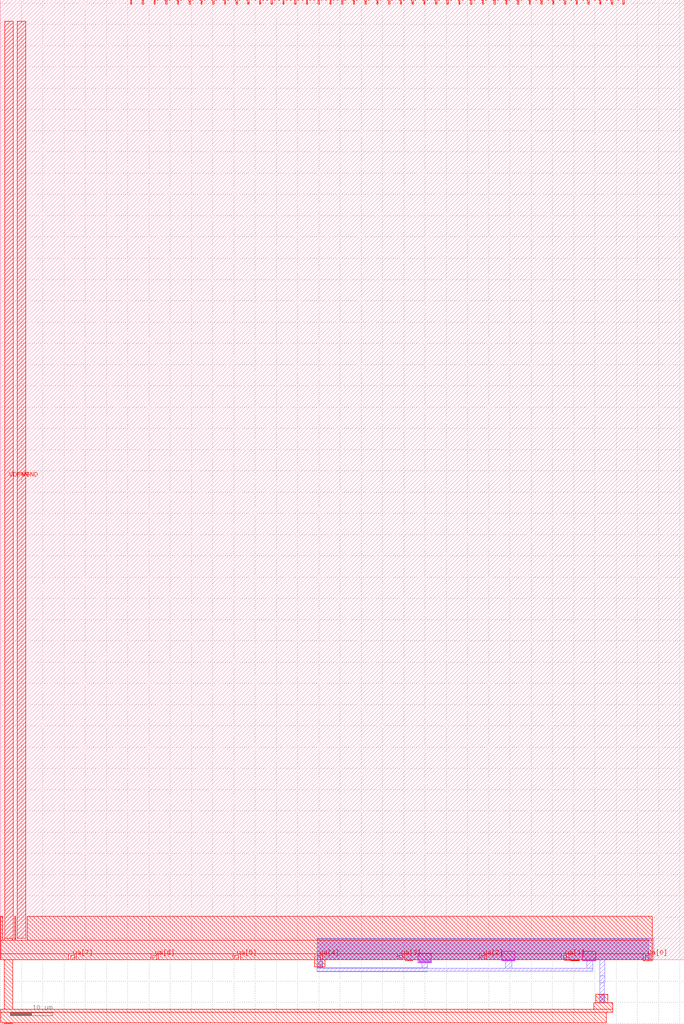
<source format=lef>
VERSION 5.7 ;
  NOWIREEXTENSIONATPIN ON ;
  DIVIDERCHAR "/" ;
  BUSBITCHARS "[]" ;
MACRO tt_um_wakki-0123_Raw_Transistors
  CLASS BLOCK ;
  FOREIGN tt_um_wakki-0123_Raw_Transistors ;
  ORIGIN 0.000 0.000 ;
  SIZE 161.000 BY 225.760 ;
  PIN clk
    DIRECTION INPUT ;
    USE SIGNAL ;
    PORT
      LAYER met4 ;
        RECT 143.830 224.760 144.130 225.760 ;
    END
  END clk
  PIN ena
    DIRECTION INPUT ;
    USE SIGNAL ;
    PORT
      LAYER met4 ;
        RECT 146.590 224.760 146.890 225.760 ;
    END
  END ena
  PIN rst_n
    DIRECTION INPUT ;
    USE SIGNAL ;
    PORT
      LAYER met4 ;
        RECT 141.070 224.760 141.370 225.760 ;
    END
  END rst_n
  PIN ua[0]
    DIRECTION INOUT ;
    USE SIGNAL ;
    ANTENNADIFFAREA 0.870000 ;
    PORT
      LAYER met4 ;
        RECT 151.810 0.000 152.710 1.000 ;
    END
  END ua[0]
  PIN ua[1]
    DIRECTION INOUT ;
    USE SIGNAL ;
    ANTENNAGATEAREA 0.250000 ;
    PORT
      LAYER met4 ;
        RECT 132.490 0.000 133.390 1.000 ;
    END
  END ua[1]
  PIN ua[2]
    DIRECTION INOUT ;
    USE SIGNAL ;
    ANTENNAGATEAREA 0.250000 ;
    PORT
      LAYER met4 ;
        RECT 113.170 0.000 114.070 1.000 ;
    END
  END ua[2]
  PIN ua[3]
    DIRECTION INOUT ;
    USE SIGNAL ;
    ANTENNAGATEAREA 0.250000 ;
    PORT
      LAYER met4 ;
        RECT 93.850 0.000 94.750 1.000 ;
    END
  END ua[3]
  PIN ua[4]
    DIRECTION INOUT ;
    USE SIGNAL ;
    ANTENNADIFFAREA 0.870000 ;
    PORT
      LAYER met4 ;
        RECT 74.530 0.000 75.430 1.000 ;
    END
  END ua[4]
  PIN ua[5]
    DIRECTION INOUT ;
    USE SIGNAL ;
    PORT
      LAYER met4 ;
        RECT 55.210 0.000 56.110 1.000 ;
    END
  END ua[5]
  PIN ua[6]
    DIRECTION INOUT ;
    USE SIGNAL ;
    PORT
      LAYER met4 ;
        RECT 35.890 0.000 36.790 1.000 ;
    END
  END ua[6]
  PIN ua[7]
    DIRECTION INOUT ;
    USE SIGNAL ;
    PORT
      LAYER met4 ;
        RECT 16.570 0.000 17.470 1.000 ;
    END
  END ua[7]
  PIN ui_in[0]
    DIRECTION INPUT ;
    USE SIGNAL ;
    PORT
      LAYER met4 ;
        RECT 138.310 224.760 138.610 225.760 ;
    END
  END ui_in[0]
  PIN ui_in[1]
    DIRECTION INPUT ;
    USE SIGNAL ;
    PORT
      LAYER met4 ;
        RECT 135.550 224.760 135.850 225.760 ;
    END
  END ui_in[1]
  PIN ui_in[2]
    DIRECTION INPUT ;
    USE SIGNAL ;
    PORT
      LAYER met4 ;
        RECT 132.790 224.760 133.090 225.760 ;
    END
  END ui_in[2]
  PIN ui_in[3]
    DIRECTION INPUT ;
    USE SIGNAL ;
    PORT
      LAYER met4 ;
        RECT 130.030 224.760 130.330 225.760 ;
    END
  END ui_in[3]
  PIN ui_in[4]
    DIRECTION INPUT ;
    USE SIGNAL ;
    PORT
      LAYER met4 ;
        RECT 127.270 224.760 127.570 225.760 ;
    END
  END ui_in[4]
  PIN ui_in[5]
    DIRECTION INPUT ;
    USE SIGNAL ;
    PORT
      LAYER met4 ;
        RECT 124.510 224.760 124.810 225.760 ;
    END
  END ui_in[5]
  PIN ui_in[6]
    DIRECTION INPUT ;
    USE SIGNAL ;
    PORT
      LAYER met4 ;
        RECT 121.750 224.760 122.050 225.760 ;
    END
  END ui_in[6]
  PIN ui_in[7]
    DIRECTION INPUT ;
    USE SIGNAL ;
    PORT
      LAYER met4 ;
        RECT 118.990 224.760 119.290 225.760 ;
    END
  END ui_in[7]
  PIN uio_in[0]
    DIRECTION INPUT ;
    USE SIGNAL ;
    PORT
      LAYER met4 ;
        RECT 116.230 224.760 116.530 225.760 ;
    END
  END uio_in[0]
  PIN uio_in[1]
    DIRECTION INPUT ;
    USE SIGNAL ;
    PORT
      LAYER met4 ;
        RECT 113.470 224.760 113.770 225.760 ;
    END
  END uio_in[1]
  PIN uio_in[2]
    DIRECTION INPUT ;
    USE SIGNAL ;
    PORT
      LAYER met4 ;
        RECT 110.710 224.760 111.010 225.760 ;
    END
  END uio_in[2]
  PIN uio_in[3]
    DIRECTION INPUT ;
    USE SIGNAL ;
    PORT
      LAYER met4 ;
        RECT 107.950 224.760 108.250 225.760 ;
    END
  END uio_in[3]
  PIN uio_in[4]
    DIRECTION INPUT ;
    USE SIGNAL ;
    PORT
      LAYER met4 ;
        RECT 105.190 224.760 105.490 225.760 ;
    END
  END uio_in[4]
  PIN uio_in[5]
    DIRECTION INPUT ;
    USE SIGNAL ;
    PORT
      LAYER met4 ;
        RECT 102.430 224.760 102.730 225.760 ;
    END
  END uio_in[5]
  PIN uio_in[6]
    DIRECTION INPUT ;
    USE SIGNAL ;
    PORT
      LAYER met4 ;
        RECT 99.670 224.760 99.970 225.760 ;
    END
  END uio_in[6]
  PIN uio_in[7]
    DIRECTION INPUT ;
    USE SIGNAL ;
    PORT
      LAYER met4 ;
        RECT 96.910 224.760 97.210 225.760 ;
    END
  END uio_in[7]
  PIN uio_oe[0]
    DIRECTION OUTPUT ;
    USE SIGNAL ;
    PORT
      LAYER met4 ;
        RECT 49.990 224.760 50.290 225.760 ;
    END
  END uio_oe[0]
  PIN uio_oe[1]
    DIRECTION OUTPUT ;
    USE SIGNAL ;
    PORT
      LAYER met4 ;
        RECT 47.230 224.760 47.530 225.760 ;
    END
  END uio_oe[1]
  PIN uio_oe[2]
    DIRECTION OUTPUT ;
    USE SIGNAL ;
    PORT
      LAYER met4 ;
        RECT 44.470 224.760 44.770 225.760 ;
    END
  END uio_oe[2]
  PIN uio_oe[3]
    DIRECTION OUTPUT ;
    USE SIGNAL ;
    PORT
      LAYER met4 ;
        RECT 41.710 224.760 42.010 225.760 ;
    END
  END uio_oe[3]
  PIN uio_oe[4]
    DIRECTION OUTPUT ;
    USE SIGNAL ;
    PORT
      LAYER met4 ;
        RECT 38.950 224.760 39.250 225.760 ;
    END
  END uio_oe[4]
  PIN uio_oe[5]
    DIRECTION OUTPUT ;
    USE SIGNAL ;
    PORT
      LAYER met4 ;
        RECT 36.190 224.760 36.490 225.760 ;
    END
  END uio_oe[5]
  PIN uio_oe[6]
    DIRECTION OUTPUT ;
    USE SIGNAL ;
    PORT
      LAYER met4 ;
        RECT 33.430 224.760 33.730 225.760 ;
    END
  END uio_oe[6]
  PIN uio_oe[7]
    DIRECTION OUTPUT ;
    USE SIGNAL ;
    PORT
      LAYER met4 ;
        RECT 30.670 224.760 30.970 225.760 ;
    END
  END uio_oe[7]
  PIN uio_out[0]
    DIRECTION OUTPUT ;
    USE SIGNAL ;
    PORT
      LAYER met4 ;
        RECT 72.070 224.760 72.370 225.760 ;
    END
  END uio_out[0]
  PIN uio_out[1]
    DIRECTION OUTPUT ;
    USE SIGNAL ;
    PORT
      LAYER met4 ;
        RECT 69.310 224.760 69.610 225.760 ;
    END
  END uio_out[1]
  PIN uio_out[2]
    DIRECTION OUTPUT ;
    USE SIGNAL ;
    PORT
      LAYER met4 ;
        RECT 66.550 224.760 66.850 225.760 ;
    END
  END uio_out[2]
  PIN uio_out[3]
    DIRECTION OUTPUT ;
    USE SIGNAL ;
    PORT
      LAYER met4 ;
        RECT 63.790 224.760 64.090 225.760 ;
    END
  END uio_out[3]
  PIN uio_out[4]
    DIRECTION OUTPUT ;
    USE SIGNAL ;
    PORT
      LAYER met4 ;
        RECT 61.030 224.760 61.330 225.760 ;
    END
  END uio_out[4]
  PIN uio_out[5]
    DIRECTION OUTPUT ;
    USE SIGNAL ;
    PORT
      LAYER met4 ;
        RECT 58.270 224.760 58.570 225.760 ;
    END
  END uio_out[5]
  PIN uio_out[6]
    DIRECTION OUTPUT ;
    USE SIGNAL ;
    PORT
      LAYER met4 ;
        RECT 55.510 224.760 55.810 225.760 ;
    END
  END uio_out[6]
  PIN uio_out[7]
    DIRECTION OUTPUT ;
    USE SIGNAL ;
    PORT
      LAYER met4 ;
        RECT 52.750 224.760 53.050 225.760 ;
    END
  END uio_out[7]
  PIN uo_out[0]
    DIRECTION OUTPUT ;
    USE SIGNAL ;
    PORT
      LAYER met4 ;
        RECT 94.150 224.760 94.450 225.760 ;
    END
  END uo_out[0]
  PIN uo_out[1]
    DIRECTION OUTPUT ;
    USE SIGNAL ;
    PORT
      LAYER met4 ;
        RECT 91.390 224.760 91.690 225.760 ;
    END
  END uo_out[1]
  PIN uo_out[2]
    DIRECTION OUTPUT ;
    USE SIGNAL ;
    PORT
      LAYER met4 ;
        RECT 88.630 224.760 88.930 225.760 ;
    END
  END uo_out[2]
  PIN uo_out[3]
    DIRECTION OUTPUT ;
    USE SIGNAL ;
    PORT
      LAYER met4 ;
        RECT 85.870 224.760 86.170 225.760 ;
    END
  END uo_out[3]
  PIN uo_out[4]
    DIRECTION OUTPUT ;
    USE SIGNAL ;
    PORT
      LAYER met4 ;
        RECT 83.110 224.760 83.410 225.760 ;
    END
  END uo_out[4]
  PIN uo_out[5]
    DIRECTION OUTPUT ;
    USE SIGNAL ;
    PORT
      LAYER met4 ;
        RECT 80.350 224.760 80.650 225.760 ;
    END
  END uo_out[5]
  PIN uo_out[6]
    DIRECTION OUTPUT ;
    USE SIGNAL ;
    PORT
      LAYER met4 ;
        RECT 77.590 224.760 77.890 225.760 ;
    END
  END uo_out[6]
  PIN uo_out[7]
    DIRECTION OUTPUT ;
    USE SIGNAL ;
    PORT
      LAYER met4 ;
        RECT 74.830 224.760 75.130 225.760 ;
    END
  END uo_out[7]
  PIN VDPWR
    DIRECTION INOUT ;
    USE POWER ;
    PORT
      LAYER met4 ;
        RECT 1.000 5.000 3.000 220.760 ;
    END
  END VDPWR
  PIN VGND
    DIRECTION INOUT ;
    USE GROUND ;
    PORT
      LAYER met4 ;
        RECT 4.000 5.000 6.000 220.760 ;
    END
  END VGND
  OBS
      LAYER pwell ;
        RECT 98.360 -0.680 101.460 1.530 ;
        RECT 118.050 -0.200 121.150 2.010 ;
      LAYER nwell ;
        RECT 137.050 -0.230 140.240 1.980 ;
      LAYER li1 ;
        RECT 74.560 0.000 152.620 4.970 ;
        RECT 95.860 -0.180 96.930 0.000 ;
        RECT 74.560 -1.680 75.900 -0.270 ;
        RECT 98.540 -0.330 98.710 0.000 ;
        RECT 101.110 -0.330 101.280 0.000 ;
        RECT 118.230 -0.020 120.970 0.000 ;
        RECT 137.230 -0.050 140.060 0.000 ;
        RECT 98.540 -0.500 101.280 -0.330 ;
        RECT 141.040 -9.990 142.210 -8.180 ;
      LAYER met1 ;
        RECT 74.510 0.000 153.770 5.030 ;
        RECT 95.810 -0.180 96.980 0.000 ;
        RECT 74.530 -0.270 75.930 -0.210 ;
        RECT 95.830 -0.240 96.960 -0.180 ;
        RECT 99.490 -0.270 100.390 0.000 ;
        RECT 118.190 -0.110 121.060 0.000 ;
        RECT 137.200 -0.110 140.070 0.000 ;
        RECT 74.510 -1.130 75.950 -0.270 ;
        RECT 98.520 -0.570 101.390 -0.270 ;
        RECT 74.510 -1.680 76.000 -1.130 ;
        RECT 74.530 -1.740 76.000 -1.680 ;
        RECT 74.570 -1.880 76.000 -1.740 ;
        RECT 99.270 -1.880 100.540 -0.570 ;
        RECT 74.570 -1.960 100.540 -1.880 ;
        RECT 118.950 -1.960 120.430 -0.110 ;
        RECT 74.570 -2.020 120.430 -1.960 ;
        RECT 138.020 -2.020 139.470 -0.110 ;
        RECT 74.570 -2.660 139.470 -2.020 ;
        RECT 74.570 -2.810 100.540 -2.660 ;
        RECT 118.930 -2.700 139.470 -2.660 ;
        RECT 138.020 -2.750 139.470 -2.700 ;
        RECT 74.570 -2.830 76.000 -2.810 ;
        RECT 99.270 -2.840 100.540 -2.810 ;
        RECT 141.180 -3.710 142.260 0.000 ;
        RECT 141.110 -5.430 142.260 -3.710 ;
        RECT 141.110 -8.120 142.240 -5.430 ;
        RECT 141.010 -8.180 142.240 -8.120 ;
        RECT 140.990 -9.990 142.260 -8.180 ;
        RECT 141.010 -10.050 142.240 -9.990 ;
      LAYER met2 ;
        RECT 74.560 0.000 152.620 5.020 ;
        RECT 74.560 -1.730 75.900 -0.220 ;
        RECT 95.860 -0.230 96.930 0.000 ;
        RECT 141.040 -10.040 142.210 -8.130 ;
      LAYER met3 ;
        RECT 74.510 0.000 152.670 4.995 ;
        RECT 95.810 -0.205 96.980 0.000 ;
        RECT 74.510 -1.705 75.950 -0.245 ;
        RECT 140.990 -10.015 142.260 -8.155 ;
      LAYER met4 ;
        RECT 0.110 4.600 0.600 10.220 ;
        RECT 0.990 4.600 2.960 5.000 ;
        RECT 3.400 4.600 3.600 10.220 ;
        RECT 6.400 4.600 153.500 10.220 ;
        RECT 0.110 1.400 153.500 4.600 ;
        RECT 0.110 0.000 16.170 1.400 ;
        RECT 17.870 0.000 35.490 1.400 ;
        RECT 37.190 0.000 54.810 1.400 ;
        RECT 56.510 0.000 74.130 1.400 ;
        RECT 75.830 0.000 93.450 1.400 ;
        RECT 95.150 0.000 112.770 1.400 ;
        RECT 114.470 0.000 132.090 1.400 ;
        RECT 133.790 0.000 151.410 1.400 ;
        RECT 153.110 0.000 153.500 1.400 ;
        RECT 0.990 -11.600 2.960 0.000 ;
        RECT 74.030 -1.600 76.440 0.000 ;
        RECT 95.340 -0.230 97.070 0.000 ;
        RECT 132.720 -0.080 136.290 0.000 ;
        RECT 134.330 -0.200 136.290 -0.080 ;
        RECT 151.380 -0.190 153.500 0.000 ;
        RECT 74.555 -1.685 75.905 -1.600 ;
        RECT 140.230 -10.150 143.050 -8.160 ;
        RECT 139.700 -11.600 144.190 -10.150 ;
        RECT 0.110 -12.320 144.190 -11.600 ;
        RECT 0.110 -14.760 142.660 -12.320 ;
        RECT 0.990 -14.930 2.960 -14.760 ;
  END
END tt_um_wakki-0123_Raw_Transistors
END LIBRARY


</source>
